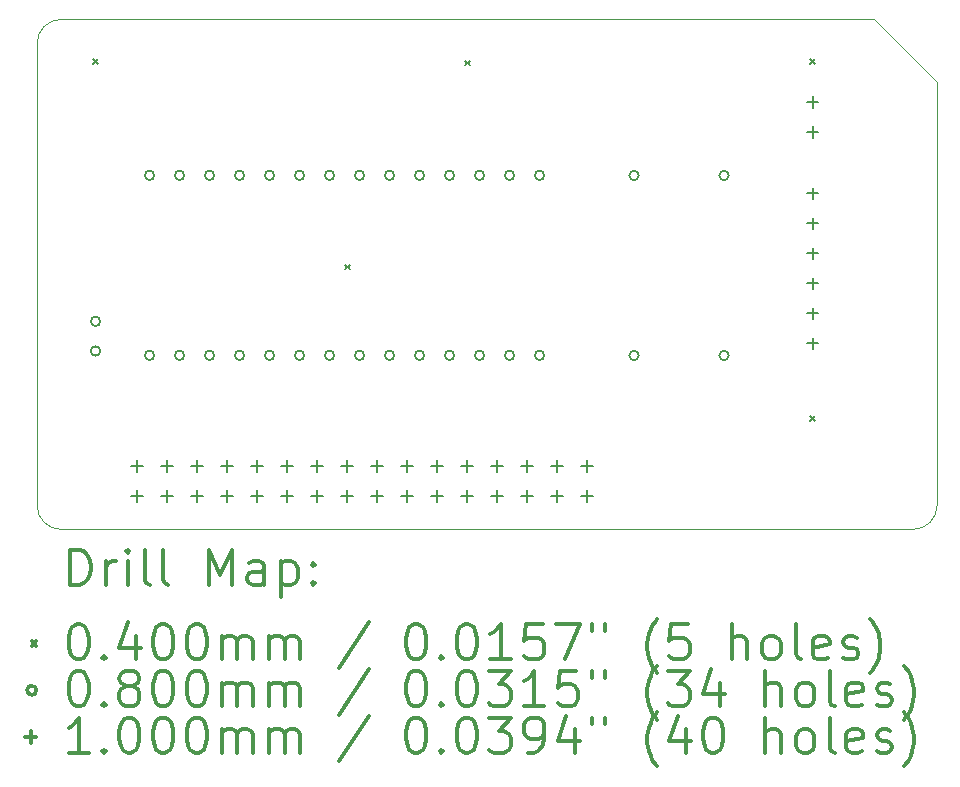
<source format=gbr>
%FSLAX45Y45*%
G04 Gerber Fmt 4.5, Leading zero omitted, Abs format (unit mm)*
G04 Created by KiCad (PCBNEW (5.1.12-1-10_14)) date 2022-01-05 16:58:01*
%MOMM*%
%LPD*%
G01*
G04 APERTURE LIST*
%TA.AperFunction,Profile*%
%ADD10C,0.050000*%
%TD*%
%TA.AperFunction,Profile*%
%ADD11C,0.100000*%
%TD*%
%ADD12C,0.200000*%
%ADD13C,0.300000*%
G04 APERTURE END LIST*
D10*
X17678400Y-8013700D02*
X17145000Y-7480300D01*
X17678400Y-11595100D02*
G75*
G02*
X17475200Y-11798300I-203200J0D01*
G01*
X10261600Y-11798300D02*
G75*
G02*
X10058400Y-11595100I0J203200D01*
G01*
D11*
X10058400Y-11595100D02*
X10058400Y-7683500D01*
D10*
X10058400Y-7683500D02*
G75*
G02*
X10261600Y-7480300I203200J0D01*
G01*
D11*
X17475200Y-11798300D02*
X10261600Y-11798300D01*
X17678400Y-8013700D02*
X17678400Y-11595100D01*
X10261600Y-7480300D02*
X17145000Y-7480300D01*
D12*
X10533700Y-7815900D02*
X10573700Y-7855900D01*
X10573700Y-7815900D02*
X10533700Y-7855900D01*
X12667300Y-9555800D02*
X12707300Y-9595800D01*
X12707300Y-9555800D02*
X12667300Y-9595800D01*
X13683300Y-7828600D02*
X13723300Y-7868600D01*
X13723300Y-7828600D02*
X13683300Y-7868600D01*
X16604300Y-7815900D02*
X16644300Y-7855900D01*
X16644300Y-7815900D02*
X16604300Y-7855900D01*
X16604300Y-10838500D02*
X16644300Y-10878500D01*
X16644300Y-10838500D02*
X16604300Y-10878500D01*
X10593700Y-10037000D02*
G75*
G03*
X10593700Y-10037000I-40000J0D01*
G01*
X10593700Y-10287000D02*
G75*
G03*
X10593700Y-10287000I-40000J0D01*
G01*
X11050900Y-8801100D02*
G75*
G03*
X11050900Y-8801100I-40000J0D01*
G01*
X11050900Y-10325100D02*
G75*
G03*
X11050900Y-10325100I-40000J0D01*
G01*
X11304900Y-8801100D02*
G75*
G03*
X11304900Y-8801100I-40000J0D01*
G01*
X11304900Y-10325100D02*
G75*
G03*
X11304900Y-10325100I-40000J0D01*
G01*
X11558900Y-8801100D02*
G75*
G03*
X11558900Y-8801100I-40000J0D01*
G01*
X11558900Y-10325100D02*
G75*
G03*
X11558900Y-10325100I-40000J0D01*
G01*
X11812900Y-8801100D02*
G75*
G03*
X11812900Y-8801100I-40000J0D01*
G01*
X11812900Y-10325100D02*
G75*
G03*
X11812900Y-10325100I-40000J0D01*
G01*
X12066900Y-8801100D02*
G75*
G03*
X12066900Y-8801100I-40000J0D01*
G01*
X12066900Y-10325100D02*
G75*
G03*
X12066900Y-10325100I-40000J0D01*
G01*
X12320900Y-8801100D02*
G75*
G03*
X12320900Y-8801100I-40000J0D01*
G01*
X12320900Y-10325100D02*
G75*
G03*
X12320900Y-10325100I-40000J0D01*
G01*
X12574900Y-8801100D02*
G75*
G03*
X12574900Y-8801100I-40000J0D01*
G01*
X12574900Y-10325100D02*
G75*
G03*
X12574900Y-10325100I-40000J0D01*
G01*
X12828900Y-8801100D02*
G75*
G03*
X12828900Y-8801100I-40000J0D01*
G01*
X12828900Y-10325100D02*
G75*
G03*
X12828900Y-10325100I-40000J0D01*
G01*
X13082900Y-8801100D02*
G75*
G03*
X13082900Y-8801100I-40000J0D01*
G01*
X13082900Y-10325100D02*
G75*
G03*
X13082900Y-10325100I-40000J0D01*
G01*
X13336900Y-8801100D02*
G75*
G03*
X13336900Y-8801100I-40000J0D01*
G01*
X13336900Y-10325100D02*
G75*
G03*
X13336900Y-10325100I-40000J0D01*
G01*
X13590900Y-8801100D02*
G75*
G03*
X13590900Y-8801100I-40000J0D01*
G01*
X13590900Y-10325100D02*
G75*
G03*
X13590900Y-10325100I-40000J0D01*
G01*
X13844900Y-8801100D02*
G75*
G03*
X13844900Y-8801100I-40000J0D01*
G01*
X13844900Y-10325100D02*
G75*
G03*
X13844900Y-10325100I-40000J0D01*
G01*
X14098900Y-8801100D02*
G75*
G03*
X14098900Y-8801100I-40000J0D01*
G01*
X14098900Y-10325100D02*
G75*
G03*
X14098900Y-10325100I-40000J0D01*
G01*
X14352900Y-8801100D02*
G75*
G03*
X14352900Y-8801100I-40000J0D01*
G01*
X14352900Y-10325100D02*
G75*
G03*
X14352900Y-10325100I-40000J0D01*
G01*
X15153000Y-8801100D02*
G75*
G03*
X15153000Y-8801100I-40000J0D01*
G01*
X15153000Y-10325100D02*
G75*
G03*
X15153000Y-10325100I-40000J0D01*
G01*
X15915000Y-8801100D02*
G75*
G03*
X15915000Y-8801100I-40000J0D01*
G01*
X15915000Y-10325100D02*
G75*
G03*
X15915000Y-10325100I-40000J0D01*
G01*
X10901680Y-11209820D02*
X10901680Y-11309820D01*
X10851680Y-11259820D02*
X10951680Y-11259820D01*
X10901680Y-11463820D02*
X10901680Y-11563820D01*
X10851680Y-11513820D02*
X10951680Y-11513820D01*
X11155680Y-11209820D02*
X11155680Y-11309820D01*
X11105680Y-11259820D02*
X11205680Y-11259820D01*
X11155680Y-11463820D02*
X11155680Y-11563820D01*
X11105680Y-11513820D02*
X11205680Y-11513820D01*
X11409680Y-11209820D02*
X11409680Y-11309820D01*
X11359680Y-11259820D02*
X11459680Y-11259820D01*
X11409680Y-11463820D02*
X11409680Y-11563820D01*
X11359680Y-11513820D02*
X11459680Y-11513820D01*
X11663680Y-11209820D02*
X11663680Y-11309820D01*
X11613680Y-11259820D02*
X11713680Y-11259820D01*
X11663680Y-11463820D02*
X11663680Y-11563820D01*
X11613680Y-11513820D02*
X11713680Y-11513820D01*
X11917680Y-11209820D02*
X11917680Y-11309820D01*
X11867680Y-11259820D02*
X11967680Y-11259820D01*
X11917680Y-11463820D02*
X11917680Y-11563820D01*
X11867680Y-11513820D02*
X11967680Y-11513820D01*
X12171680Y-11209820D02*
X12171680Y-11309820D01*
X12121680Y-11259820D02*
X12221680Y-11259820D01*
X12171680Y-11463820D02*
X12171680Y-11563820D01*
X12121680Y-11513820D02*
X12221680Y-11513820D01*
X12425680Y-11209820D02*
X12425680Y-11309820D01*
X12375680Y-11259820D02*
X12475680Y-11259820D01*
X12425680Y-11463820D02*
X12425680Y-11563820D01*
X12375680Y-11513820D02*
X12475680Y-11513820D01*
X12679680Y-11209820D02*
X12679680Y-11309820D01*
X12629680Y-11259820D02*
X12729680Y-11259820D01*
X12679680Y-11463820D02*
X12679680Y-11563820D01*
X12629680Y-11513820D02*
X12729680Y-11513820D01*
X12933680Y-11209820D02*
X12933680Y-11309820D01*
X12883680Y-11259820D02*
X12983680Y-11259820D01*
X12933680Y-11463820D02*
X12933680Y-11563820D01*
X12883680Y-11513820D02*
X12983680Y-11513820D01*
X13187680Y-11209820D02*
X13187680Y-11309820D01*
X13137680Y-11259820D02*
X13237680Y-11259820D01*
X13187680Y-11463820D02*
X13187680Y-11563820D01*
X13137680Y-11513820D02*
X13237680Y-11513820D01*
X13441680Y-11209820D02*
X13441680Y-11309820D01*
X13391680Y-11259820D02*
X13491680Y-11259820D01*
X13441680Y-11463820D02*
X13441680Y-11563820D01*
X13391680Y-11513820D02*
X13491680Y-11513820D01*
X13695680Y-11209820D02*
X13695680Y-11309820D01*
X13645680Y-11259820D02*
X13745680Y-11259820D01*
X13695680Y-11463820D02*
X13695680Y-11563820D01*
X13645680Y-11513820D02*
X13745680Y-11513820D01*
X13949680Y-11209820D02*
X13949680Y-11309820D01*
X13899680Y-11259820D02*
X13999680Y-11259820D01*
X13949680Y-11463820D02*
X13949680Y-11563820D01*
X13899680Y-11513820D02*
X13999680Y-11513820D01*
X14203680Y-11209820D02*
X14203680Y-11309820D01*
X14153680Y-11259820D02*
X14253680Y-11259820D01*
X14203680Y-11463820D02*
X14203680Y-11563820D01*
X14153680Y-11513820D02*
X14253680Y-11513820D01*
X14457680Y-11209820D02*
X14457680Y-11309820D01*
X14407680Y-11259820D02*
X14507680Y-11259820D01*
X14457680Y-11463820D02*
X14457680Y-11563820D01*
X14407680Y-11513820D02*
X14507680Y-11513820D01*
X14711680Y-11209820D02*
X14711680Y-11309820D01*
X14661680Y-11259820D02*
X14761680Y-11259820D01*
X14711680Y-11463820D02*
X14711680Y-11563820D01*
X14661680Y-11513820D02*
X14761680Y-11513820D01*
X16624300Y-8128800D02*
X16624300Y-8228800D01*
X16574300Y-8178800D02*
X16674300Y-8178800D01*
X16624300Y-8382800D02*
X16624300Y-8482800D01*
X16574300Y-8432800D02*
X16674300Y-8432800D01*
X16624300Y-8903500D02*
X16624300Y-9003500D01*
X16574300Y-8953500D02*
X16674300Y-8953500D01*
X16624300Y-9157500D02*
X16624300Y-9257500D01*
X16574300Y-9207500D02*
X16674300Y-9207500D01*
X16624300Y-9411500D02*
X16624300Y-9511500D01*
X16574300Y-9461500D02*
X16674300Y-9461500D01*
X16624300Y-9665500D02*
X16624300Y-9765500D01*
X16574300Y-9715500D02*
X16674300Y-9715500D01*
X16624300Y-9919500D02*
X16624300Y-10019500D01*
X16574300Y-9969500D02*
X16674300Y-9969500D01*
X16624300Y-10173500D02*
X16624300Y-10273500D01*
X16574300Y-10223500D02*
X16674300Y-10223500D01*
D13*
X10339828Y-12269014D02*
X10339828Y-11969014D01*
X10411257Y-11969014D01*
X10454114Y-11983300D01*
X10482686Y-12011871D01*
X10496971Y-12040443D01*
X10511257Y-12097586D01*
X10511257Y-12140443D01*
X10496971Y-12197586D01*
X10482686Y-12226157D01*
X10454114Y-12254729D01*
X10411257Y-12269014D01*
X10339828Y-12269014D01*
X10639828Y-12269014D02*
X10639828Y-12069014D01*
X10639828Y-12126157D02*
X10654114Y-12097586D01*
X10668400Y-12083300D01*
X10696971Y-12069014D01*
X10725543Y-12069014D01*
X10825543Y-12269014D02*
X10825543Y-12069014D01*
X10825543Y-11969014D02*
X10811257Y-11983300D01*
X10825543Y-11997586D01*
X10839828Y-11983300D01*
X10825543Y-11969014D01*
X10825543Y-11997586D01*
X11011257Y-12269014D02*
X10982686Y-12254729D01*
X10968400Y-12226157D01*
X10968400Y-11969014D01*
X11168400Y-12269014D02*
X11139828Y-12254729D01*
X11125543Y-12226157D01*
X11125543Y-11969014D01*
X11511257Y-12269014D02*
X11511257Y-11969014D01*
X11611257Y-12183300D01*
X11711257Y-11969014D01*
X11711257Y-12269014D01*
X11982686Y-12269014D02*
X11982686Y-12111871D01*
X11968400Y-12083300D01*
X11939828Y-12069014D01*
X11882686Y-12069014D01*
X11854114Y-12083300D01*
X11982686Y-12254729D02*
X11954114Y-12269014D01*
X11882686Y-12269014D01*
X11854114Y-12254729D01*
X11839828Y-12226157D01*
X11839828Y-12197586D01*
X11854114Y-12169014D01*
X11882686Y-12154729D01*
X11954114Y-12154729D01*
X11982686Y-12140443D01*
X12125543Y-12069014D02*
X12125543Y-12369014D01*
X12125543Y-12083300D02*
X12154114Y-12069014D01*
X12211257Y-12069014D01*
X12239828Y-12083300D01*
X12254114Y-12097586D01*
X12268400Y-12126157D01*
X12268400Y-12211871D01*
X12254114Y-12240443D01*
X12239828Y-12254729D01*
X12211257Y-12269014D01*
X12154114Y-12269014D01*
X12125543Y-12254729D01*
X12396971Y-12240443D02*
X12411257Y-12254729D01*
X12396971Y-12269014D01*
X12382686Y-12254729D01*
X12396971Y-12240443D01*
X12396971Y-12269014D01*
X12396971Y-12083300D02*
X12411257Y-12097586D01*
X12396971Y-12111871D01*
X12382686Y-12097586D01*
X12396971Y-12083300D01*
X12396971Y-12111871D01*
X10013400Y-12743300D02*
X10053400Y-12783300D01*
X10053400Y-12743300D02*
X10013400Y-12783300D01*
X10396971Y-12599014D02*
X10425543Y-12599014D01*
X10454114Y-12613300D01*
X10468400Y-12627586D01*
X10482686Y-12656157D01*
X10496971Y-12713300D01*
X10496971Y-12784729D01*
X10482686Y-12841871D01*
X10468400Y-12870443D01*
X10454114Y-12884729D01*
X10425543Y-12899014D01*
X10396971Y-12899014D01*
X10368400Y-12884729D01*
X10354114Y-12870443D01*
X10339828Y-12841871D01*
X10325543Y-12784729D01*
X10325543Y-12713300D01*
X10339828Y-12656157D01*
X10354114Y-12627586D01*
X10368400Y-12613300D01*
X10396971Y-12599014D01*
X10625543Y-12870443D02*
X10639828Y-12884729D01*
X10625543Y-12899014D01*
X10611257Y-12884729D01*
X10625543Y-12870443D01*
X10625543Y-12899014D01*
X10896971Y-12699014D02*
X10896971Y-12899014D01*
X10825543Y-12584729D02*
X10754114Y-12799014D01*
X10939828Y-12799014D01*
X11111257Y-12599014D02*
X11139828Y-12599014D01*
X11168400Y-12613300D01*
X11182686Y-12627586D01*
X11196971Y-12656157D01*
X11211257Y-12713300D01*
X11211257Y-12784729D01*
X11196971Y-12841871D01*
X11182686Y-12870443D01*
X11168400Y-12884729D01*
X11139828Y-12899014D01*
X11111257Y-12899014D01*
X11082686Y-12884729D01*
X11068400Y-12870443D01*
X11054114Y-12841871D01*
X11039828Y-12784729D01*
X11039828Y-12713300D01*
X11054114Y-12656157D01*
X11068400Y-12627586D01*
X11082686Y-12613300D01*
X11111257Y-12599014D01*
X11396971Y-12599014D02*
X11425543Y-12599014D01*
X11454114Y-12613300D01*
X11468400Y-12627586D01*
X11482686Y-12656157D01*
X11496971Y-12713300D01*
X11496971Y-12784729D01*
X11482686Y-12841871D01*
X11468400Y-12870443D01*
X11454114Y-12884729D01*
X11425543Y-12899014D01*
X11396971Y-12899014D01*
X11368400Y-12884729D01*
X11354114Y-12870443D01*
X11339828Y-12841871D01*
X11325543Y-12784729D01*
X11325543Y-12713300D01*
X11339828Y-12656157D01*
X11354114Y-12627586D01*
X11368400Y-12613300D01*
X11396971Y-12599014D01*
X11625543Y-12899014D02*
X11625543Y-12699014D01*
X11625543Y-12727586D02*
X11639828Y-12713300D01*
X11668400Y-12699014D01*
X11711257Y-12699014D01*
X11739828Y-12713300D01*
X11754114Y-12741871D01*
X11754114Y-12899014D01*
X11754114Y-12741871D02*
X11768400Y-12713300D01*
X11796971Y-12699014D01*
X11839828Y-12699014D01*
X11868400Y-12713300D01*
X11882686Y-12741871D01*
X11882686Y-12899014D01*
X12025543Y-12899014D02*
X12025543Y-12699014D01*
X12025543Y-12727586D02*
X12039828Y-12713300D01*
X12068400Y-12699014D01*
X12111257Y-12699014D01*
X12139828Y-12713300D01*
X12154114Y-12741871D01*
X12154114Y-12899014D01*
X12154114Y-12741871D02*
X12168400Y-12713300D01*
X12196971Y-12699014D01*
X12239828Y-12699014D01*
X12268400Y-12713300D01*
X12282686Y-12741871D01*
X12282686Y-12899014D01*
X12868400Y-12584729D02*
X12611257Y-12970443D01*
X13254114Y-12599014D02*
X13282686Y-12599014D01*
X13311257Y-12613300D01*
X13325543Y-12627586D01*
X13339828Y-12656157D01*
X13354114Y-12713300D01*
X13354114Y-12784729D01*
X13339828Y-12841871D01*
X13325543Y-12870443D01*
X13311257Y-12884729D01*
X13282686Y-12899014D01*
X13254114Y-12899014D01*
X13225543Y-12884729D01*
X13211257Y-12870443D01*
X13196971Y-12841871D01*
X13182686Y-12784729D01*
X13182686Y-12713300D01*
X13196971Y-12656157D01*
X13211257Y-12627586D01*
X13225543Y-12613300D01*
X13254114Y-12599014D01*
X13482686Y-12870443D02*
X13496971Y-12884729D01*
X13482686Y-12899014D01*
X13468400Y-12884729D01*
X13482686Y-12870443D01*
X13482686Y-12899014D01*
X13682686Y-12599014D02*
X13711257Y-12599014D01*
X13739828Y-12613300D01*
X13754114Y-12627586D01*
X13768400Y-12656157D01*
X13782686Y-12713300D01*
X13782686Y-12784729D01*
X13768400Y-12841871D01*
X13754114Y-12870443D01*
X13739828Y-12884729D01*
X13711257Y-12899014D01*
X13682686Y-12899014D01*
X13654114Y-12884729D01*
X13639828Y-12870443D01*
X13625543Y-12841871D01*
X13611257Y-12784729D01*
X13611257Y-12713300D01*
X13625543Y-12656157D01*
X13639828Y-12627586D01*
X13654114Y-12613300D01*
X13682686Y-12599014D01*
X14068400Y-12899014D02*
X13896971Y-12899014D01*
X13982686Y-12899014D02*
X13982686Y-12599014D01*
X13954114Y-12641871D01*
X13925543Y-12670443D01*
X13896971Y-12684729D01*
X14339828Y-12599014D02*
X14196971Y-12599014D01*
X14182686Y-12741871D01*
X14196971Y-12727586D01*
X14225543Y-12713300D01*
X14296971Y-12713300D01*
X14325543Y-12727586D01*
X14339828Y-12741871D01*
X14354114Y-12770443D01*
X14354114Y-12841871D01*
X14339828Y-12870443D01*
X14325543Y-12884729D01*
X14296971Y-12899014D01*
X14225543Y-12899014D01*
X14196971Y-12884729D01*
X14182686Y-12870443D01*
X14454114Y-12599014D02*
X14654114Y-12599014D01*
X14525543Y-12899014D01*
X14754114Y-12599014D02*
X14754114Y-12656157D01*
X14868400Y-12599014D02*
X14868400Y-12656157D01*
X15311257Y-13013300D02*
X15296971Y-12999014D01*
X15268400Y-12956157D01*
X15254114Y-12927586D01*
X15239828Y-12884729D01*
X15225543Y-12813300D01*
X15225543Y-12756157D01*
X15239828Y-12684729D01*
X15254114Y-12641871D01*
X15268400Y-12613300D01*
X15296971Y-12570443D01*
X15311257Y-12556157D01*
X15568400Y-12599014D02*
X15425543Y-12599014D01*
X15411257Y-12741871D01*
X15425543Y-12727586D01*
X15454114Y-12713300D01*
X15525543Y-12713300D01*
X15554114Y-12727586D01*
X15568400Y-12741871D01*
X15582686Y-12770443D01*
X15582686Y-12841871D01*
X15568400Y-12870443D01*
X15554114Y-12884729D01*
X15525543Y-12899014D01*
X15454114Y-12899014D01*
X15425543Y-12884729D01*
X15411257Y-12870443D01*
X15939828Y-12899014D02*
X15939828Y-12599014D01*
X16068400Y-12899014D02*
X16068400Y-12741871D01*
X16054114Y-12713300D01*
X16025543Y-12699014D01*
X15982686Y-12699014D01*
X15954114Y-12713300D01*
X15939828Y-12727586D01*
X16254114Y-12899014D02*
X16225543Y-12884729D01*
X16211257Y-12870443D01*
X16196971Y-12841871D01*
X16196971Y-12756157D01*
X16211257Y-12727586D01*
X16225543Y-12713300D01*
X16254114Y-12699014D01*
X16296971Y-12699014D01*
X16325543Y-12713300D01*
X16339828Y-12727586D01*
X16354114Y-12756157D01*
X16354114Y-12841871D01*
X16339828Y-12870443D01*
X16325543Y-12884729D01*
X16296971Y-12899014D01*
X16254114Y-12899014D01*
X16525543Y-12899014D02*
X16496971Y-12884729D01*
X16482686Y-12856157D01*
X16482686Y-12599014D01*
X16754114Y-12884729D02*
X16725543Y-12899014D01*
X16668400Y-12899014D01*
X16639828Y-12884729D01*
X16625543Y-12856157D01*
X16625543Y-12741871D01*
X16639828Y-12713300D01*
X16668400Y-12699014D01*
X16725543Y-12699014D01*
X16754114Y-12713300D01*
X16768400Y-12741871D01*
X16768400Y-12770443D01*
X16625543Y-12799014D01*
X16882686Y-12884729D02*
X16911257Y-12899014D01*
X16968400Y-12899014D01*
X16996971Y-12884729D01*
X17011257Y-12856157D01*
X17011257Y-12841871D01*
X16996971Y-12813300D01*
X16968400Y-12799014D01*
X16925543Y-12799014D01*
X16896971Y-12784729D01*
X16882686Y-12756157D01*
X16882686Y-12741871D01*
X16896971Y-12713300D01*
X16925543Y-12699014D01*
X16968400Y-12699014D01*
X16996971Y-12713300D01*
X17111257Y-13013300D02*
X17125543Y-12999014D01*
X17154114Y-12956157D01*
X17168400Y-12927586D01*
X17182686Y-12884729D01*
X17196971Y-12813300D01*
X17196971Y-12756157D01*
X17182686Y-12684729D01*
X17168400Y-12641871D01*
X17154114Y-12613300D01*
X17125543Y-12570443D01*
X17111257Y-12556157D01*
X10053400Y-13159300D02*
G75*
G03*
X10053400Y-13159300I-40000J0D01*
G01*
X10396971Y-12995014D02*
X10425543Y-12995014D01*
X10454114Y-13009300D01*
X10468400Y-13023586D01*
X10482686Y-13052157D01*
X10496971Y-13109300D01*
X10496971Y-13180729D01*
X10482686Y-13237871D01*
X10468400Y-13266443D01*
X10454114Y-13280729D01*
X10425543Y-13295014D01*
X10396971Y-13295014D01*
X10368400Y-13280729D01*
X10354114Y-13266443D01*
X10339828Y-13237871D01*
X10325543Y-13180729D01*
X10325543Y-13109300D01*
X10339828Y-13052157D01*
X10354114Y-13023586D01*
X10368400Y-13009300D01*
X10396971Y-12995014D01*
X10625543Y-13266443D02*
X10639828Y-13280729D01*
X10625543Y-13295014D01*
X10611257Y-13280729D01*
X10625543Y-13266443D01*
X10625543Y-13295014D01*
X10811257Y-13123586D02*
X10782686Y-13109300D01*
X10768400Y-13095014D01*
X10754114Y-13066443D01*
X10754114Y-13052157D01*
X10768400Y-13023586D01*
X10782686Y-13009300D01*
X10811257Y-12995014D01*
X10868400Y-12995014D01*
X10896971Y-13009300D01*
X10911257Y-13023586D01*
X10925543Y-13052157D01*
X10925543Y-13066443D01*
X10911257Y-13095014D01*
X10896971Y-13109300D01*
X10868400Y-13123586D01*
X10811257Y-13123586D01*
X10782686Y-13137871D01*
X10768400Y-13152157D01*
X10754114Y-13180729D01*
X10754114Y-13237871D01*
X10768400Y-13266443D01*
X10782686Y-13280729D01*
X10811257Y-13295014D01*
X10868400Y-13295014D01*
X10896971Y-13280729D01*
X10911257Y-13266443D01*
X10925543Y-13237871D01*
X10925543Y-13180729D01*
X10911257Y-13152157D01*
X10896971Y-13137871D01*
X10868400Y-13123586D01*
X11111257Y-12995014D02*
X11139828Y-12995014D01*
X11168400Y-13009300D01*
X11182686Y-13023586D01*
X11196971Y-13052157D01*
X11211257Y-13109300D01*
X11211257Y-13180729D01*
X11196971Y-13237871D01*
X11182686Y-13266443D01*
X11168400Y-13280729D01*
X11139828Y-13295014D01*
X11111257Y-13295014D01*
X11082686Y-13280729D01*
X11068400Y-13266443D01*
X11054114Y-13237871D01*
X11039828Y-13180729D01*
X11039828Y-13109300D01*
X11054114Y-13052157D01*
X11068400Y-13023586D01*
X11082686Y-13009300D01*
X11111257Y-12995014D01*
X11396971Y-12995014D02*
X11425543Y-12995014D01*
X11454114Y-13009300D01*
X11468400Y-13023586D01*
X11482686Y-13052157D01*
X11496971Y-13109300D01*
X11496971Y-13180729D01*
X11482686Y-13237871D01*
X11468400Y-13266443D01*
X11454114Y-13280729D01*
X11425543Y-13295014D01*
X11396971Y-13295014D01*
X11368400Y-13280729D01*
X11354114Y-13266443D01*
X11339828Y-13237871D01*
X11325543Y-13180729D01*
X11325543Y-13109300D01*
X11339828Y-13052157D01*
X11354114Y-13023586D01*
X11368400Y-13009300D01*
X11396971Y-12995014D01*
X11625543Y-13295014D02*
X11625543Y-13095014D01*
X11625543Y-13123586D02*
X11639828Y-13109300D01*
X11668400Y-13095014D01*
X11711257Y-13095014D01*
X11739828Y-13109300D01*
X11754114Y-13137871D01*
X11754114Y-13295014D01*
X11754114Y-13137871D02*
X11768400Y-13109300D01*
X11796971Y-13095014D01*
X11839828Y-13095014D01*
X11868400Y-13109300D01*
X11882686Y-13137871D01*
X11882686Y-13295014D01*
X12025543Y-13295014D02*
X12025543Y-13095014D01*
X12025543Y-13123586D02*
X12039828Y-13109300D01*
X12068400Y-13095014D01*
X12111257Y-13095014D01*
X12139828Y-13109300D01*
X12154114Y-13137871D01*
X12154114Y-13295014D01*
X12154114Y-13137871D02*
X12168400Y-13109300D01*
X12196971Y-13095014D01*
X12239828Y-13095014D01*
X12268400Y-13109300D01*
X12282686Y-13137871D01*
X12282686Y-13295014D01*
X12868400Y-12980729D02*
X12611257Y-13366443D01*
X13254114Y-12995014D02*
X13282686Y-12995014D01*
X13311257Y-13009300D01*
X13325543Y-13023586D01*
X13339828Y-13052157D01*
X13354114Y-13109300D01*
X13354114Y-13180729D01*
X13339828Y-13237871D01*
X13325543Y-13266443D01*
X13311257Y-13280729D01*
X13282686Y-13295014D01*
X13254114Y-13295014D01*
X13225543Y-13280729D01*
X13211257Y-13266443D01*
X13196971Y-13237871D01*
X13182686Y-13180729D01*
X13182686Y-13109300D01*
X13196971Y-13052157D01*
X13211257Y-13023586D01*
X13225543Y-13009300D01*
X13254114Y-12995014D01*
X13482686Y-13266443D02*
X13496971Y-13280729D01*
X13482686Y-13295014D01*
X13468400Y-13280729D01*
X13482686Y-13266443D01*
X13482686Y-13295014D01*
X13682686Y-12995014D02*
X13711257Y-12995014D01*
X13739828Y-13009300D01*
X13754114Y-13023586D01*
X13768400Y-13052157D01*
X13782686Y-13109300D01*
X13782686Y-13180729D01*
X13768400Y-13237871D01*
X13754114Y-13266443D01*
X13739828Y-13280729D01*
X13711257Y-13295014D01*
X13682686Y-13295014D01*
X13654114Y-13280729D01*
X13639828Y-13266443D01*
X13625543Y-13237871D01*
X13611257Y-13180729D01*
X13611257Y-13109300D01*
X13625543Y-13052157D01*
X13639828Y-13023586D01*
X13654114Y-13009300D01*
X13682686Y-12995014D01*
X13882686Y-12995014D02*
X14068400Y-12995014D01*
X13968400Y-13109300D01*
X14011257Y-13109300D01*
X14039828Y-13123586D01*
X14054114Y-13137871D01*
X14068400Y-13166443D01*
X14068400Y-13237871D01*
X14054114Y-13266443D01*
X14039828Y-13280729D01*
X14011257Y-13295014D01*
X13925543Y-13295014D01*
X13896971Y-13280729D01*
X13882686Y-13266443D01*
X14354114Y-13295014D02*
X14182686Y-13295014D01*
X14268400Y-13295014D02*
X14268400Y-12995014D01*
X14239828Y-13037871D01*
X14211257Y-13066443D01*
X14182686Y-13080729D01*
X14625543Y-12995014D02*
X14482686Y-12995014D01*
X14468400Y-13137871D01*
X14482686Y-13123586D01*
X14511257Y-13109300D01*
X14582686Y-13109300D01*
X14611257Y-13123586D01*
X14625543Y-13137871D01*
X14639828Y-13166443D01*
X14639828Y-13237871D01*
X14625543Y-13266443D01*
X14611257Y-13280729D01*
X14582686Y-13295014D01*
X14511257Y-13295014D01*
X14482686Y-13280729D01*
X14468400Y-13266443D01*
X14754114Y-12995014D02*
X14754114Y-13052157D01*
X14868400Y-12995014D02*
X14868400Y-13052157D01*
X15311257Y-13409300D02*
X15296971Y-13395014D01*
X15268400Y-13352157D01*
X15254114Y-13323586D01*
X15239828Y-13280729D01*
X15225543Y-13209300D01*
X15225543Y-13152157D01*
X15239828Y-13080729D01*
X15254114Y-13037871D01*
X15268400Y-13009300D01*
X15296971Y-12966443D01*
X15311257Y-12952157D01*
X15396971Y-12995014D02*
X15582686Y-12995014D01*
X15482686Y-13109300D01*
X15525543Y-13109300D01*
X15554114Y-13123586D01*
X15568400Y-13137871D01*
X15582686Y-13166443D01*
X15582686Y-13237871D01*
X15568400Y-13266443D01*
X15554114Y-13280729D01*
X15525543Y-13295014D01*
X15439828Y-13295014D01*
X15411257Y-13280729D01*
X15396971Y-13266443D01*
X15839828Y-13095014D02*
X15839828Y-13295014D01*
X15768400Y-12980729D02*
X15696971Y-13195014D01*
X15882686Y-13195014D01*
X16225543Y-13295014D02*
X16225543Y-12995014D01*
X16354114Y-13295014D02*
X16354114Y-13137871D01*
X16339828Y-13109300D01*
X16311257Y-13095014D01*
X16268400Y-13095014D01*
X16239828Y-13109300D01*
X16225543Y-13123586D01*
X16539828Y-13295014D02*
X16511257Y-13280729D01*
X16496971Y-13266443D01*
X16482686Y-13237871D01*
X16482686Y-13152157D01*
X16496971Y-13123586D01*
X16511257Y-13109300D01*
X16539828Y-13095014D01*
X16582686Y-13095014D01*
X16611257Y-13109300D01*
X16625543Y-13123586D01*
X16639828Y-13152157D01*
X16639828Y-13237871D01*
X16625543Y-13266443D01*
X16611257Y-13280729D01*
X16582686Y-13295014D01*
X16539828Y-13295014D01*
X16811257Y-13295014D02*
X16782686Y-13280729D01*
X16768400Y-13252157D01*
X16768400Y-12995014D01*
X17039828Y-13280729D02*
X17011257Y-13295014D01*
X16954114Y-13295014D01*
X16925543Y-13280729D01*
X16911257Y-13252157D01*
X16911257Y-13137871D01*
X16925543Y-13109300D01*
X16954114Y-13095014D01*
X17011257Y-13095014D01*
X17039828Y-13109300D01*
X17054114Y-13137871D01*
X17054114Y-13166443D01*
X16911257Y-13195014D01*
X17168400Y-13280729D02*
X17196971Y-13295014D01*
X17254114Y-13295014D01*
X17282686Y-13280729D01*
X17296971Y-13252157D01*
X17296971Y-13237871D01*
X17282686Y-13209300D01*
X17254114Y-13195014D01*
X17211257Y-13195014D01*
X17182686Y-13180729D01*
X17168400Y-13152157D01*
X17168400Y-13137871D01*
X17182686Y-13109300D01*
X17211257Y-13095014D01*
X17254114Y-13095014D01*
X17282686Y-13109300D01*
X17396971Y-13409300D02*
X17411257Y-13395014D01*
X17439828Y-13352157D01*
X17454114Y-13323586D01*
X17468400Y-13280729D01*
X17482686Y-13209300D01*
X17482686Y-13152157D01*
X17468400Y-13080729D01*
X17454114Y-13037871D01*
X17439828Y-13009300D01*
X17411257Y-12966443D01*
X17396971Y-12952157D01*
X10003400Y-13505300D02*
X10003400Y-13605300D01*
X9953400Y-13555300D02*
X10053400Y-13555300D01*
X10496971Y-13691014D02*
X10325543Y-13691014D01*
X10411257Y-13691014D02*
X10411257Y-13391014D01*
X10382686Y-13433871D01*
X10354114Y-13462443D01*
X10325543Y-13476729D01*
X10625543Y-13662443D02*
X10639828Y-13676729D01*
X10625543Y-13691014D01*
X10611257Y-13676729D01*
X10625543Y-13662443D01*
X10625543Y-13691014D01*
X10825543Y-13391014D02*
X10854114Y-13391014D01*
X10882686Y-13405300D01*
X10896971Y-13419586D01*
X10911257Y-13448157D01*
X10925543Y-13505300D01*
X10925543Y-13576729D01*
X10911257Y-13633871D01*
X10896971Y-13662443D01*
X10882686Y-13676729D01*
X10854114Y-13691014D01*
X10825543Y-13691014D01*
X10796971Y-13676729D01*
X10782686Y-13662443D01*
X10768400Y-13633871D01*
X10754114Y-13576729D01*
X10754114Y-13505300D01*
X10768400Y-13448157D01*
X10782686Y-13419586D01*
X10796971Y-13405300D01*
X10825543Y-13391014D01*
X11111257Y-13391014D02*
X11139828Y-13391014D01*
X11168400Y-13405300D01*
X11182686Y-13419586D01*
X11196971Y-13448157D01*
X11211257Y-13505300D01*
X11211257Y-13576729D01*
X11196971Y-13633871D01*
X11182686Y-13662443D01*
X11168400Y-13676729D01*
X11139828Y-13691014D01*
X11111257Y-13691014D01*
X11082686Y-13676729D01*
X11068400Y-13662443D01*
X11054114Y-13633871D01*
X11039828Y-13576729D01*
X11039828Y-13505300D01*
X11054114Y-13448157D01*
X11068400Y-13419586D01*
X11082686Y-13405300D01*
X11111257Y-13391014D01*
X11396971Y-13391014D02*
X11425543Y-13391014D01*
X11454114Y-13405300D01*
X11468400Y-13419586D01*
X11482686Y-13448157D01*
X11496971Y-13505300D01*
X11496971Y-13576729D01*
X11482686Y-13633871D01*
X11468400Y-13662443D01*
X11454114Y-13676729D01*
X11425543Y-13691014D01*
X11396971Y-13691014D01*
X11368400Y-13676729D01*
X11354114Y-13662443D01*
X11339828Y-13633871D01*
X11325543Y-13576729D01*
X11325543Y-13505300D01*
X11339828Y-13448157D01*
X11354114Y-13419586D01*
X11368400Y-13405300D01*
X11396971Y-13391014D01*
X11625543Y-13691014D02*
X11625543Y-13491014D01*
X11625543Y-13519586D02*
X11639828Y-13505300D01*
X11668400Y-13491014D01*
X11711257Y-13491014D01*
X11739828Y-13505300D01*
X11754114Y-13533871D01*
X11754114Y-13691014D01*
X11754114Y-13533871D02*
X11768400Y-13505300D01*
X11796971Y-13491014D01*
X11839828Y-13491014D01*
X11868400Y-13505300D01*
X11882686Y-13533871D01*
X11882686Y-13691014D01*
X12025543Y-13691014D02*
X12025543Y-13491014D01*
X12025543Y-13519586D02*
X12039828Y-13505300D01*
X12068400Y-13491014D01*
X12111257Y-13491014D01*
X12139828Y-13505300D01*
X12154114Y-13533871D01*
X12154114Y-13691014D01*
X12154114Y-13533871D02*
X12168400Y-13505300D01*
X12196971Y-13491014D01*
X12239828Y-13491014D01*
X12268400Y-13505300D01*
X12282686Y-13533871D01*
X12282686Y-13691014D01*
X12868400Y-13376729D02*
X12611257Y-13762443D01*
X13254114Y-13391014D02*
X13282686Y-13391014D01*
X13311257Y-13405300D01*
X13325543Y-13419586D01*
X13339828Y-13448157D01*
X13354114Y-13505300D01*
X13354114Y-13576729D01*
X13339828Y-13633871D01*
X13325543Y-13662443D01*
X13311257Y-13676729D01*
X13282686Y-13691014D01*
X13254114Y-13691014D01*
X13225543Y-13676729D01*
X13211257Y-13662443D01*
X13196971Y-13633871D01*
X13182686Y-13576729D01*
X13182686Y-13505300D01*
X13196971Y-13448157D01*
X13211257Y-13419586D01*
X13225543Y-13405300D01*
X13254114Y-13391014D01*
X13482686Y-13662443D02*
X13496971Y-13676729D01*
X13482686Y-13691014D01*
X13468400Y-13676729D01*
X13482686Y-13662443D01*
X13482686Y-13691014D01*
X13682686Y-13391014D02*
X13711257Y-13391014D01*
X13739828Y-13405300D01*
X13754114Y-13419586D01*
X13768400Y-13448157D01*
X13782686Y-13505300D01*
X13782686Y-13576729D01*
X13768400Y-13633871D01*
X13754114Y-13662443D01*
X13739828Y-13676729D01*
X13711257Y-13691014D01*
X13682686Y-13691014D01*
X13654114Y-13676729D01*
X13639828Y-13662443D01*
X13625543Y-13633871D01*
X13611257Y-13576729D01*
X13611257Y-13505300D01*
X13625543Y-13448157D01*
X13639828Y-13419586D01*
X13654114Y-13405300D01*
X13682686Y-13391014D01*
X13882686Y-13391014D02*
X14068400Y-13391014D01*
X13968400Y-13505300D01*
X14011257Y-13505300D01*
X14039828Y-13519586D01*
X14054114Y-13533871D01*
X14068400Y-13562443D01*
X14068400Y-13633871D01*
X14054114Y-13662443D01*
X14039828Y-13676729D01*
X14011257Y-13691014D01*
X13925543Y-13691014D01*
X13896971Y-13676729D01*
X13882686Y-13662443D01*
X14211257Y-13691014D02*
X14268400Y-13691014D01*
X14296971Y-13676729D01*
X14311257Y-13662443D01*
X14339828Y-13619586D01*
X14354114Y-13562443D01*
X14354114Y-13448157D01*
X14339828Y-13419586D01*
X14325543Y-13405300D01*
X14296971Y-13391014D01*
X14239828Y-13391014D01*
X14211257Y-13405300D01*
X14196971Y-13419586D01*
X14182686Y-13448157D01*
X14182686Y-13519586D01*
X14196971Y-13548157D01*
X14211257Y-13562443D01*
X14239828Y-13576729D01*
X14296971Y-13576729D01*
X14325543Y-13562443D01*
X14339828Y-13548157D01*
X14354114Y-13519586D01*
X14611257Y-13491014D02*
X14611257Y-13691014D01*
X14539828Y-13376729D02*
X14468400Y-13591014D01*
X14654114Y-13591014D01*
X14754114Y-13391014D02*
X14754114Y-13448157D01*
X14868400Y-13391014D02*
X14868400Y-13448157D01*
X15311257Y-13805300D02*
X15296971Y-13791014D01*
X15268400Y-13748157D01*
X15254114Y-13719586D01*
X15239828Y-13676729D01*
X15225543Y-13605300D01*
X15225543Y-13548157D01*
X15239828Y-13476729D01*
X15254114Y-13433871D01*
X15268400Y-13405300D01*
X15296971Y-13362443D01*
X15311257Y-13348157D01*
X15554114Y-13491014D02*
X15554114Y-13691014D01*
X15482686Y-13376729D02*
X15411257Y-13591014D01*
X15596971Y-13591014D01*
X15768400Y-13391014D02*
X15796971Y-13391014D01*
X15825543Y-13405300D01*
X15839828Y-13419586D01*
X15854114Y-13448157D01*
X15868400Y-13505300D01*
X15868400Y-13576729D01*
X15854114Y-13633871D01*
X15839828Y-13662443D01*
X15825543Y-13676729D01*
X15796971Y-13691014D01*
X15768400Y-13691014D01*
X15739828Y-13676729D01*
X15725543Y-13662443D01*
X15711257Y-13633871D01*
X15696971Y-13576729D01*
X15696971Y-13505300D01*
X15711257Y-13448157D01*
X15725543Y-13419586D01*
X15739828Y-13405300D01*
X15768400Y-13391014D01*
X16225543Y-13691014D02*
X16225543Y-13391014D01*
X16354114Y-13691014D02*
X16354114Y-13533871D01*
X16339828Y-13505300D01*
X16311257Y-13491014D01*
X16268400Y-13491014D01*
X16239828Y-13505300D01*
X16225543Y-13519586D01*
X16539828Y-13691014D02*
X16511257Y-13676729D01*
X16496971Y-13662443D01*
X16482686Y-13633871D01*
X16482686Y-13548157D01*
X16496971Y-13519586D01*
X16511257Y-13505300D01*
X16539828Y-13491014D01*
X16582686Y-13491014D01*
X16611257Y-13505300D01*
X16625543Y-13519586D01*
X16639828Y-13548157D01*
X16639828Y-13633871D01*
X16625543Y-13662443D01*
X16611257Y-13676729D01*
X16582686Y-13691014D01*
X16539828Y-13691014D01*
X16811257Y-13691014D02*
X16782686Y-13676729D01*
X16768400Y-13648157D01*
X16768400Y-13391014D01*
X17039828Y-13676729D02*
X17011257Y-13691014D01*
X16954114Y-13691014D01*
X16925543Y-13676729D01*
X16911257Y-13648157D01*
X16911257Y-13533871D01*
X16925543Y-13505300D01*
X16954114Y-13491014D01*
X17011257Y-13491014D01*
X17039828Y-13505300D01*
X17054114Y-13533871D01*
X17054114Y-13562443D01*
X16911257Y-13591014D01*
X17168400Y-13676729D02*
X17196971Y-13691014D01*
X17254114Y-13691014D01*
X17282686Y-13676729D01*
X17296971Y-13648157D01*
X17296971Y-13633871D01*
X17282686Y-13605300D01*
X17254114Y-13591014D01*
X17211257Y-13591014D01*
X17182686Y-13576729D01*
X17168400Y-13548157D01*
X17168400Y-13533871D01*
X17182686Y-13505300D01*
X17211257Y-13491014D01*
X17254114Y-13491014D01*
X17282686Y-13505300D01*
X17396971Y-13805300D02*
X17411257Y-13791014D01*
X17439828Y-13748157D01*
X17454114Y-13719586D01*
X17468400Y-13676729D01*
X17482686Y-13605300D01*
X17482686Y-13548157D01*
X17468400Y-13476729D01*
X17454114Y-13433871D01*
X17439828Y-13405300D01*
X17411257Y-13362443D01*
X17396971Y-13348157D01*
M02*

</source>
